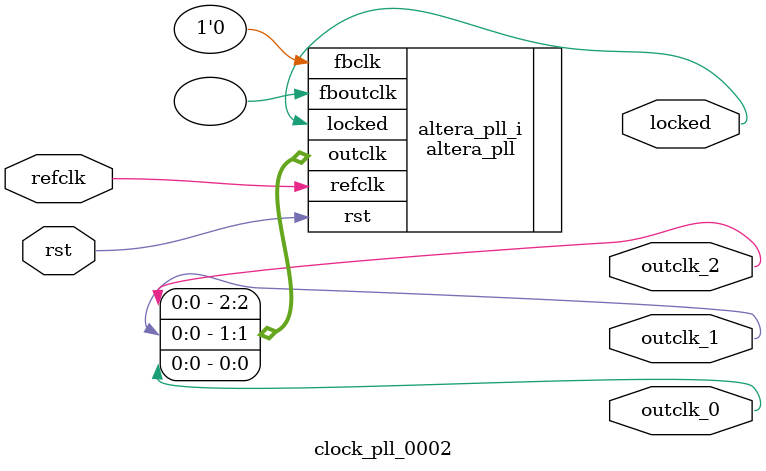
<source format=v>
`timescale 1ns/10ps
module  clock_pll_0002(

	// interface 'refclk'
	input wire refclk,

	// interface 'reset'
	input wire rst,

	// interface 'outclk0'
	output wire outclk_0,

	// interface 'outclk1'
	output wire outclk_1,

	// interface 'outclk2'
	output wire outclk_2,

	// interface 'locked'
	output wire locked
);

	altera_pll #(
		.fractional_vco_multiplier("true"),
		.reference_clock_frequency("50.0 MHz"),
		.operation_mode("direct"),
		.number_of_clocks(3),
		.output_clock_frequency0("25.000000 MHz"),
		.phase_shift0("0 ps"),
		.duty_cycle0(50),
		.output_clock_frequency1("1.000000 MHz"),
		.phase_shift1("0 ps"),
		.duty_cycle1(50),
		.output_clock_frequency2("50.000000 MHz"),
		.phase_shift2("0 ps"),
		.duty_cycle2(50),
		.output_clock_frequency3("0 MHz"),
		.phase_shift3("0 ps"),
		.duty_cycle3(50),
		.output_clock_frequency4("0 MHz"),
		.phase_shift4("0 ps"),
		.duty_cycle4(50),
		.output_clock_frequency5("0 MHz"),
		.phase_shift5("0 ps"),
		.duty_cycle5(50),
		.output_clock_frequency6("0 MHz"),
		.phase_shift6("0 ps"),
		.duty_cycle6(50),
		.output_clock_frequency7("0 MHz"),
		.phase_shift7("0 ps"),
		.duty_cycle7(50),
		.output_clock_frequency8("0 MHz"),
		.phase_shift8("0 ps"),
		.duty_cycle8(50),
		.output_clock_frequency9("0 MHz"),
		.phase_shift9("0 ps"),
		.duty_cycle9(50),
		.output_clock_frequency10("0 MHz"),
		.phase_shift10("0 ps"),
		.duty_cycle10(50),
		.output_clock_frequency11("0 MHz"),
		.phase_shift11("0 ps"),
		.duty_cycle11(50),
		.output_clock_frequency12("0 MHz"),
		.phase_shift12("0 ps"),
		.duty_cycle12(50),
		.output_clock_frequency13("0 MHz"),
		.phase_shift13("0 ps"),
		.duty_cycle13(50),
		.output_clock_frequency14("0 MHz"),
		.phase_shift14("0 ps"),
		.duty_cycle14(50),
		.output_clock_frequency15("0 MHz"),
		.phase_shift15("0 ps"),
		.duty_cycle15(50),
		.output_clock_frequency16("0 MHz"),
		.phase_shift16("0 ps"),
		.duty_cycle16(50),
		.output_clock_frequency17("0 MHz"),
		.phase_shift17("0 ps"),
		.duty_cycle17(50),
		.pll_type("General"),
		.pll_subtype("General")
	) altera_pll_i (
		.rst	(rst),
		.outclk	({outclk_2, outclk_1, outclk_0}),
		.locked	(locked),
		.fboutclk	( ),
		.fbclk	(1'b0),
		.refclk	(refclk)
	);
endmodule


</source>
